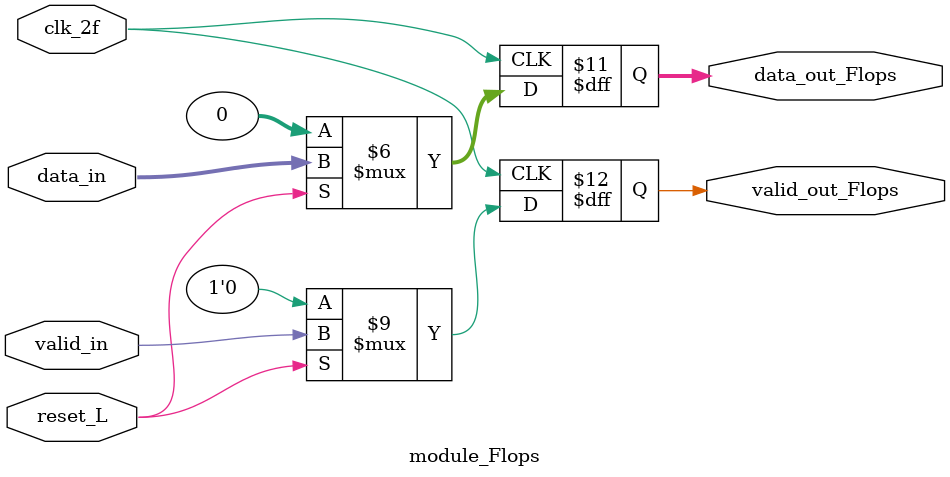
<source format=v>
module module_Flops ( 
    input 		clk_2f,
    input 		reset_L,
    input 		valid_in,
    input [31:0]	data_in,
    output reg 	valid_out_Flops,
    output reg [31:0]	data_out_Flops);
    

    always @(posedge clk_2f)begin
    	if (reset_L == 1)
    		valid_out_Flops = valid_in;
    	else
    		valid_out_Flops = 0;
    end 
    
    
    
    always @(posedge clk_2f)begin 
	if (reset_L == 1)begin	
		data_out_Flops <= data_in;
	end
	
	else 
	    data_out_Flops <= 32'b0;
    end

endmodule

</source>
